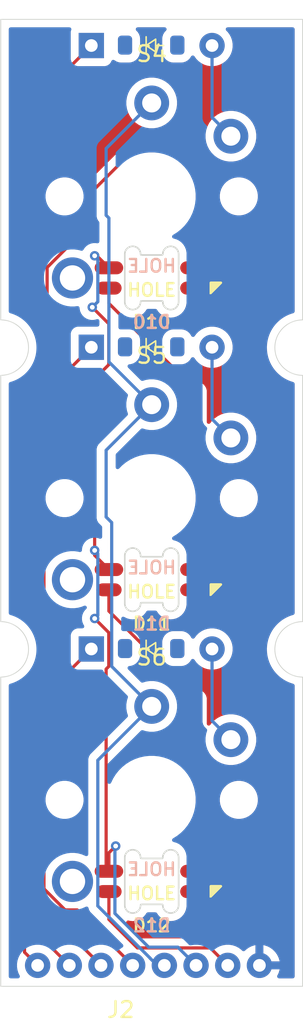
<source format=kicad_pcb>
(kicad_pcb (version 20241229) (generator "pcbnew") (generator_version "9.0")
  (layers (0 "F.Cu" signal) (2 "B.Cu" signal) (13 "F.Paste" user) (15 "B.Paste" user) (5 "F.SilkS" user "F.Silkscreen") (7 "B.SilkS" user "B.Silkscreen") (1 "F.Mask" user) (3 "B.Mask" user) (25 "Edge.Cuts" user))
  (net 0 "")
  (net 1 "Net-(D7-K)")
  (net 2 "Net-(D7-A)")
  (net 3 "Net-(D8-K)")
  (net 4 "Net-(D8-A)")
  (net 5 "Net-(D9-A)")
  (net 6 "Net-(D9-K)")
  (net 7 "Net-(D10-VSS)")
  (net 8 "Net-(D10-VDD)")
  (net 9 "Net-(D10-DOUT)")
  (net 10 "Net-(D10-DIN)")
  (net 11 "Net-(D11-DOUT)")
  (net 12 "Net-(D12-DOUT)")
  (net 13 "Net-(J2-Pad4)")
  (footprint "Library:DualDiode" (layer "F.Cu") (at 67.44 78.675)
    (property "Reference" "D8" (hide yes))
    (property "Value" "Diode" (hide yes))
    (fp_line (start 3.06 0) (end 3.46 0) (stroke (width 0.1)) (layer "F.SilkS"))
    (fp_line (start 3.46 -0.55) (end 3.46 0.55) (stroke (width 0.1)) (layer "F.SilkS"))
    (fp_line (start 3.46 0) (end 4.06 -0.4) (stroke (width 0.1)) (layer "F.SilkS"))
    (fp_line (start 4.06 -0.4) (end 4.06 0.4) (stroke (width 0.1)) (layer "F.SilkS"))
    (fp_line (start 4.06 0) (end 4.56 0) (stroke (width 0.1)) (layer "F.SilkS"))
    (fp_line (start 4.06 0.4) (end 3.46 0) (stroke (width 0.1)) (layer "F.SilkS"))
    (pad "1" thru_hole rect (at 0 0) (size 1.6 1.6) (drill 0.8) (layers "*.Cu" "*.Mask") (net 3 "Net-(D8-K)"))
    (pad "1" smd roundrect (at 2.127464 -0.026164) (size 0.9 1.2) (layers "F.Cu" "F.Mask" "F.Paste") (net 3 "Net-(D8-K)"))
    (pad "1" smd roundrect (at 2.127464 -0.026164) (size 0.9 1.2) (layers "F.Mask" "B.Cu" "F.Paste") (net 3 "Net-(D8-K)"))
    (pad "2" smd roundrect (at 5.427464 -0.026164) (size 0.9 1.2) (layers "F.Cu" "F.Mask" "F.Paste") (net 4 "Net-(D8-A)"))
    (pad "2" smd roundrect (at 5.427464 -0.026164) (size 0.9 1.2) (layers "F.Mask" "B.Cu" "F.Paste") (net 4 "Net-(D8-A)"))
    (pad "2" thru_hole oval (at 7.62 0) (size 1.6 1.6) (drill 0.8) (layers "*.Cu" "*.Mask") (net 4 "Net-(D8-A)"))
  )
  (footprint "Library:SK6812Mini-E" (layer "F.Cu") (at 71.25 93.35)
    (property "Reference" "D11")
    (property "Value" "LED_SK6812MINI")
    (fp_poly (pts (xy 3.732577 0.938279) (xy 3.732577 0.303279) (xy 4.367577 0.303279)) (stroke (width 0.16)) (fill yes) (layer "F.SilkS"))
    (fp_line (start -1.7 -1.5) (end -1.7 1.5) (stroke (width 0.1)) (layer "Edge.Cuts"))
    (fp_line (start -0.65 -1.45) (end 0.65 -1.45) (stroke (width 0.1)) (layer "Edge.Cuts"))
    (fp_line (start -0.65 1.45) (end 0.65 1.45) (stroke (width 0.1)) (layer "Edge.Cuts"))
    (fp_line (start 1.7 1.5) (end 1.7 -1.5) (stroke (width 0.1)) (layer "Edge.Cuts"))
    (fp_arc (start -1.7 -1.5) (mid -1.2 -2) (end -0.7 -1.5) (stroke (width 0.1)) (layer "Edge.Cuts"))
    (fp_arc (start -0.7 1.5) (mid -1.2 2) (end -1.7 1.5) (stroke (width 0.1)) (layer "Edge.Cuts"))
    (fp_arc (start -0.7 1.5) (mid -0.685355 1.464645) (end -0.65 1.45) (stroke (width 0.1)) (layer "Edge.Cuts"))
    (fp_arc (start -0.65 -1.45) (mid -0.685355 -1.464645) (end -0.7 -1.5) (stroke (width 0.1)) (layer "Edge.Cuts"))
    (fp_arc (start 0.65 1.45) (mid 0.685355 1.464645) (end 0.7 1.5) (stroke (width 0.1)) (layer "Edge.Cuts"))
    (fp_arc (start 0.7 -1.5) (mid 0.685355 -1.464645) (end 0.65 -1.45) (stroke (width 0.1)) (layer "Edge.Cuts"))
    (fp_arc (start 0.7 -1.5) (mid 1.2 -2) (end 1.7 -1.5) (stroke (width 0.1)) (layer "Edge.Cuts"))
    (fp_arc (start 1.7 1.5) (mid 1.2 2) (end 0.7 1.5) (stroke (width 0.1)) (layer "Edge.Cuts"))
    (fp_text user "${REFERENCE}" (at 0 2.781 0) (layer "F.SilkS") (effects (font (size 0.8128 0.8128) (thickness 0.1524))))
    (fp_text user "HOLE" (at 0 0.762 0) (layer "F.SilkS") (effects (font (size 0.8 0.8))))
    (fp_text user "${REFERENCE}" (at 0 2.781 0) (layer "B.SilkS") (effects (font (size 0.8128 0.8128) (thickness 0.1524)) (justify mirror)))
    (fp_text user "HOLE" (at 0 -0.762 0) (layer "B.SilkS") (effects (font (size 0.8 0.8)) (justify mirror)))
    (pad "1" smd oval (at -2.7 -0.64) (size 1.8 0.82) (layers "F.Cu" "F.Mask" "F.Paste") (net 8 "Net-(D10-VDD)") (thermal_gap 0.2))
    (pad "2" smd oval (at -2.7 0.64) (size 1.6 0.82) (layers "F.Cu" "F.Mask" "F.Paste") (net 11 "Net-(D11-DOUT)") (thermal_gap 0.2))
    (pad "3" smd oval (at 2.7 0.64) (size 1.8 0.82) (layers "F.Cu" "F.Mask" "F.Paste") (net 7 "Net-(D10-VSS)") (thermal_gap 0.2))
    (pad "4" smd oval (at 2.7 -0.64) (size 1.8 0.82) (layers "F.Cu" "F.Mask" "F.Paste") (net 9 "Net-(D10-DOUT)") (thermal_gap 0.2))
  )
  (footprint "Library:Choc_V1V2_1.00u" (layer "F.Cu") (at 71.25 69.15)
    (property "Reference" "S4" (at 0 -9 0) (layer "F.SilkS"))
    (property "Value" "Keyswitch")
    (pad "" np_thru_hole circle (at -5.5 0) (size 1.9 1.9) (drill 1.9) (layers "*.Cu" "*.Mask"))
    (pad "" thru_hole circle (at -5 5.15) (size 2.6 2.6) (drill 1.6) (layers "*.Cu" "*.Mask"))
    (pad "" np_thru_hole circle (at 0 0) (size 5.05 5.05) (drill 5.05) (layers "*.Cu" "*.Mask"))
    (pad "" np_thru_hole circle (at 5.5 0) (size 1.9 1.9) (drill 1.9) (layers "*.Cu" "*.Mask"))
    (pad "1" thru_hole circle (at 0 -5.9) (size 2.2 2.2) (drill 1.2) (layers "*.Cu" "*.Mask") (net 13 "Net-(J2-Pad4)"))
    (pad "2" thru_hole circle (at 5 -3.8) (size 2.2 2.2) (drill 1.2) (layers "*.Cu" "*.Mask") (net 2 "Net-(D7-A)"))
  )
  (footprint "Library:SK6812Mini-E" (layer "F.Cu") (at 71.25 74.3)
    (property "Reference" "D10")
    (property "Value" "LED_SK6812MINI")
    (fp_poly (pts (xy 3.732577 0.938279) (xy 3.732577 0.303279) (xy 4.367577 0.303279)) (stroke (width 0.16)) (fill yes) (layer "F.SilkS"))
    (fp_line (start -1.7 -1.5) (end -1.7 1.5) (stroke (width 0.1)) (layer "Edge.Cuts"))
    (fp_line (start -0.65 -1.45) (end 0.65 -1.45) (stroke (width 0.1)) (layer "Edge.Cuts"))
    (fp_line (start -0.65 1.45) (end 0.65 1.45) (stroke (width 0.1)) (layer "Edge.Cuts"))
    (fp_line (start 1.7 1.5) (end 1.7 -1.5) (stroke (width 0.1)) (layer "Edge.Cuts"))
    (fp_arc (start -1.7 -1.5) (mid -1.2 -2) (end -0.7 -1.5) (stroke (width 0.1)) (layer "Edge.Cuts"))
    (fp_arc (start -0.7 1.5) (mid -1.2 2) (end -1.7 1.5) (stroke (width 0.1)) (layer "Edge.Cuts"))
    (fp_arc (start -0.7 1.5) (mid -0.685355 1.464645) (end -0.65 1.45) (stroke (width 0.1)) (layer "Edge.Cuts"))
    (fp_arc (start -0.65 -1.45) (mid -0.685355 -1.464645) (end -0.7 -1.5) (stroke (width 0.1)) (layer "Edge.Cuts"))
    (fp_arc (start 0.65 1.45) (mid 0.685355 1.464645) (end 0.7 1.5) (stroke (width 0.1)) (layer "Edge.Cuts"))
    (fp_arc (start 0.7 -1.5) (mid 0.685355 -1.464645) (end 0.65 -1.45) (stroke (width 0.1)) (layer "Edge.Cuts"))
    (fp_arc (start 0.7 -1.5) (mid 1.2 -2) (end 1.7 -1.5) (stroke (width 0.1)) (layer "Edge.Cuts"))
    (fp_arc (start 1.7 1.5) (mid 1.2 2) (end 0.7 1.5) (stroke (width 0.1)) (layer "Edge.Cuts"))
    (fp_text user "HOLE" (at 0 0.762 0) (layer "F.SilkS") (effects (font (size 0.8 0.8))))
    (fp_text user "${REFERENCE}" (at 0 2.781 0) (layer "F.SilkS") (effects (font (size 0.8128 0.8128) (thickness 0.1524))))
    (fp_text user "HOLE" (at 0 -0.762 0) (layer "B.SilkS") (effects (font (size 0.8 0.8)) (justify mirror)))
    (fp_text user "${REFERENCE}" (at 0 2.781 0) (layer "B.SilkS") (effects (font (size 0.8128 0.8128) (thickness 0.1524)) (justify mirror)))
    (pad "1" smd oval (at -2.7 -0.64) (size 1.8 0.82) (layers "F.Cu" "F.Mask" "F.Paste") (net 8 "Net-(D10-VDD)") (thermal_gap 0.2))
    (pad "2" smd oval (at -2.7 0.64) (size 1.6 0.82) (layers "F.Cu" "F.Mask" "F.Paste") (net 9 "Net-(D10-DOUT)") (thermal_gap 0.2))
    (pad "3" smd oval (at 2.7 0.64) (size 1.8 0.82) (layers "F.Cu" "F.Mask" "F.Paste") (net 7 "Net-(D10-VSS)") (thermal_gap 0.2))
    (pad "4" smd oval (at 2.7 -0.64) (size 1.8 0.82) (layers "F.Cu" "F.Mask" "F.Paste") (net 10 "Net-(D10-DIN)") (thermal_gap 0.2))
  )
  (footprint "Library:JST_EH_B8B-EH-A_1x08_P2.50mm_Vertical" (layer "F.Cu") (at 78.05 117.7 180)
    (property "Reference" "J2" (at 8.75 -2.8 180) (layer "F.SilkS"))
    (property "Value" "JST_08" (hide yes))
    (pad "1" thru_hole oval (at 0 0 180) (size 1.6 1.6) (drill 0.8) (layers "*.Cu" "*.Mask") (net 7 "Net-(D10-VSS)"))
    (pad "2" thru_hole oval (at 2 0 180) (size 1.6 1.6) (drill 0.8) (layers "*.Cu" "*.Mask") (net 12 "Net-(D12-DOUT)"))
    (pad "3" thru_hole oval (at 4 0 180) (size 1.6 1.6) (drill 0.8) (layers "*.Cu" "*.Mask") (net 8 "Net-(D10-VDD)"))
    (pad "4" thru_hole oval (at 6 0 180) (size 1.6 1.6) (drill 0.8) (layers "*.Cu" "*.Mask") (net 13 "Net-(J2-Pad4)"))
    (pad "5" thru_hole oval (at 8 0 180) (size 1.6 1.6) (drill 0.8) (layers "*.Cu" "*.Mask") (net 6 "Net-(D9-K)"))
    (pad "6" thru_hole oval (at 10 0 180) (size 1.6 1.6) (drill 0.8) (layers "*.Cu" "*.Mask") (net 3 "Net-(D8-K)"))
    (pad "7" thru_hole oval (at 12 0 180) (size 1.6 1.6) (drill 0.8) (layers "*.Cu" "*.Mask") (net 10 "Net-(D10-DIN)"))
    (pad "8" thru_hole oval (at 14 0 180) (size 1.6 1.6) (drill 0.8) (layers "*.Cu" "*.Mask") (net 1 "Net-(D7-K)"))
  )
  (footprint "Library:Choc_V1V2_1.00u" (layer "F.Cu") (at 71.25 88.2)
    (property "Reference" "S5" (at 0 -9 0) (layer "F.SilkS"))
    (property "Value" "Keyswitch")
    (pad "" np_thru_hole circle (at -5.5 0) (size 1.9 1.9) (drill 1.9) (layers "*.Cu" "*.Mask"))
    (pad "" thru_hole circle (at -5 5.15) (size 2.6 2.6) (drill 1.6) (layers "*.Cu" "*.Mask"))
    (pad "" np_thru_hole circle (at 0 0) (size 5.05 5.05) (drill 5.05) (layers "*.Cu" "*.Mask"))
    (pad "" np_thru_hole circle (at 5.5 0) (size 1.9 1.9) (drill 1.9) (layers "*.Cu" "*.Mask"))
    (pad "1" thru_hole circle (at 0 -5.9) (size 2.2 2.2) (drill 1.2) (layers "*.Cu" "*.Mask") (net 13 "Net-(J2-Pad4)"))
    (pad "2" thru_hole circle (at 5 -3.8) (size 2.2 2.2) (drill 1.2) (layers "*.Cu" "*.Mask") (net 4 "Net-(D8-A)"))
  )
  (footprint "Library:SK6812Mini-E" (layer "F.Cu") (at 71.25 112.4)
    (property "Reference" "D12")
    (property "Value" "LED_SK6812MINI")
    (fp_poly (pts (xy 3.732577 0.938279) (xy 3.732577 0.303279) (xy 4.367577 0.303279)) (stroke (width 0.16)) (fill yes) (layer "F.SilkS"))
    (fp_line (start -1.7 -1.5) (end -1.7 1.5) (stroke (width 0.1)) (layer "Edge.Cuts"))
    (fp_line (start -0.65 -1.45) (end 0.65 -1.45) (stroke (width 0.1)) (layer "Edge.Cuts"))
    (fp_line (start -0.65 1.45) (end 0.65 1.45) (stroke (width 0.1)) (layer "Edge.Cuts"))
    (fp_line (start 1.7 1.5) (end 1.7 -1.5) (stroke (width 0.1)) (layer "Edge.Cuts"))
    (fp_arc (start -1.7 -1.5) (mid -1.2 -2) (end -0.7 -1.5) (stroke (width 0.1)) (layer "Edge.Cuts"))
    (fp_arc (start -0.7 1.5) (mid -1.2 2) (end -1.7 1.5) (stroke (width 0.1)) (layer "Edge.Cuts"))
    (fp_arc (start -0.7 1.5) (mid -0.685355 1.464645) (end -0.65 1.45) (stroke (width 0.1)) (layer "Edge.Cuts"))
    (fp_arc (start -0.65 -1.45) (mid -0.685355 -1.464645) (end -0.7 -1.5) (stroke (width 0.1)) (layer "Edge.Cuts"))
    (fp_arc (start 0.65 1.45) (mid 0.685355 1.464645) (end 0.7 1.5) (stroke (width 0.1)) (layer "Edge.Cuts"))
    (fp_arc (start 0.7 -1.5) (mid 0.685355 -1.464645) (end 0.65 -1.45) (stroke (width 0.1)) (layer "Edge.Cuts"))
    (fp_arc (start 0.7 -1.5) (mid 1.2 -2) (end 1.7 -1.5) (stroke (width 0.1)) (layer "Edge.Cuts"))
    (fp_arc (start 1.7 1.5) (mid 1.2 2) (end 0.7 1.5) (stroke (width 0.1)) (layer "Edge.Cuts"))
    (fp_text user "${REFERENCE}" (at 0 2.781 0) (layer "F.SilkS") (effects (font (size 0.8128 0.8128) (thickness 0.1524))))
    (fp_text user "HOLE" (at 0 0.762 0) (layer "F.SilkS") (effects (font (size 0.8 0.8))))
    (fp_text user "HOLE" (at 0 -0.762 0) (layer "B.SilkS") (effects (font (size 0.8 0.8)) (justify mirror)))
    (fp_text user "${REFERENCE}" (at 0 2.781 0) (layer "B.SilkS") (effects (font (size 0.8128 0.8128) (thickness 0.1524)) (justify mirror)))
    (pad "1" smd oval (at -2.7 -0.64) (size 1.8 0.82) (layers "F.Cu" "F.Mask" "F.Paste") (net 8 "Net-(D10-VDD)") (thermal_gap 0.2))
    (pad "2" smd oval (at -2.7 0.64) (size 1.6 0.82) (layers "F.Cu" "F.Mask" "F.Paste") (net 12 "Net-(D12-DOUT)") (thermal_gap 0.2))
    (pad "3" smd oval (at 2.7 0.64) (size 1.8 0.82) (layers "F.Cu" "F.Mask" "F.Paste") (net 7 "Net-(D10-VSS)") (thermal_gap 0.2))
    (pad "4" smd oval (at 2.7 -0.64) (size 1.8 0.82) (layers "F.Cu" "F.Mask" "F.Paste") (net 11 "Net-(D11-DOUT)") (thermal_gap 0.2))
  )
  (footprint "Library:DualDiode" (layer "F.Cu") (at 67.44 59.625)
    (property "Reference" "D7" (hide yes))
    (property "Value" "Diode" (hide yes))
    (fp_line (start 3.06 0) (end 3.46 0) (stroke (width 0.1)) (layer "F.SilkS"))
    (fp_line (start 3.46 -0.55) (end 3.46 0.55) (stroke (width 0.1)) (layer "F.SilkS"))
    (fp_line (start 3.46 0) (end 4.06 -0.4) (stroke (width 0.1)) (layer "F.SilkS"))
    (fp_line (start 4.06 -0.4) (end 4.06 0.4) (stroke (width 0.1)) (layer "F.SilkS"))
    (fp_line (start 4.06 0) (end 4.56 0) (stroke (width 0.1)) (layer "F.SilkS"))
    (fp_line (start 4.06 0.4) (end 3.46 0) (stroke (width 0.1)) (layer "F.SilkS"))
    (pad "1" thru_hole rect (at 0 0) (size 1.6 1.6) (drill 0.8) (layers "*.Cu" "*.Mask") (net 1 "Net-(D7-K)"))
    (pad "1" smd roundrect (at 2.127464 -0.026164) (size 0.9 1.2) (layers "F.Cu" "F.Mask" "F.Paste") (net 1 "Net-(D7-K)"))
    (pad "1" smd roundrect (at 2.127464 -0.026164) (size 0.9 1.2) (layers "F.Mask" "B.Cu" "F.Paste") (net 1 "Net-(D7-K)"))
    (pad "2" smd roundrect (at 5.427464 -0.026164) (size 0.9 1.2) (layers "F.Cu" "F.Mask" "F.Paste") (net 2 "Net-(D7-A)"))
    (pad "2" smd roundrect (at 5.427464 -0.026164) (size 0.9 1.2) (layers "F.Mask" "B.Cu" "F.Paste") (net 2 "Net-(D7-A)"))
    (pad "2" thru_hole oval (at 7.62 0) (size 1.6 1.6) (drill 0.8) (layers "*.Cu" "*.Mask") (net 2 "Net-(D7-A)"))
  )
  (footprint "Library:Choc_V1V2_1.00u" (layer "F.Cu") (at 71.25 107.25)
    (property "Reference" "S6" (at 0 -9 0) (layer "F.SilkS"))
    (property "Value" "Keyswitch")
    (pad "" np_thru_hole circle (at -5.5 0) (size 1.9 1.9) (drill 1.9) (layers "*.Cu" "*.Mask"))
    (pad "" thru_hole circle (at -5 5.15) (size 2.6 2.6) (drill 1.6) (layers "*.Cu" "*.Mask"))
    (pad "" np_thru_hole circle (at 0 0) (size 5.05 5.05) (drill 5.05) (layers "*.Cu" "*.Mask"))
    (pad "" np_thru_hole circle (at 5.5 0) (size 1.9 1.9) (drill 1.9) (layers "*.Cu" "*.Mask"))
    (pad "1" thru_hole circle (at 0 -5.9) (size 2.2 2.2) (drill 1.2) (layers "*.Cu" "*.Mask") (net 13 "Net-(J2-Pad4)"))
    (pad "2" thru_hole circle (at 5 -3.8) (size 2.2 2.2) (drill 1.2) (layers "*.Cu" "*.Mask") (net 5 "Net-(D9-A)"))
  )
  (footprint "Library:DualDiode" (layer "F.Cu") (at 67.44 97.725)
    (property "Reference" "D9" (hide yes))
    (property "Value" "Diode" (hide yes))
    (fp_line (start 3.06 0) (end 3.46 0) (stroke (width 0.1)) (layer "F.SilkS"))
    (fp_line (start 3.46 -0.55) (end 3.46 0.55) (stroke (width 0.1)) (layer "F.SilkS"))
    (fp_line (start 3.46 0) (end 4.06 -0.4) (stroke (width 0.1)) (layer "F.SilkS"))
    (fp_line (start 4.06 -0.4) (end 4.06 0.4) (stroke (width 0.1)) (layer "F.SilkS"))
    (fp_line (start 4.06 0) (end 4.56 0) (stroke (width 0.1)) (layer "F.SilkS"))
    (fp_line (start 4.06 0.4) (end 3.46 0) (stroke (width 0.1)) (layer "F.SilkS"))
    (pad "1" thru_hole rect (at 0 0) (size 1.6 1.6) (drill 0.8) (layers "*.Cu" "*.Mask") (net 6 "Net-(D9-K)"))
    (pad "1" smd roundrect (at 2.127464 -0.026164) (size 0.9 1.2) (layers "F.Cu" "F.Mask" "F.Paste") (net 6 "Net-(D9-K)"))
    (pad "1" smd roundrect (at 2.127464 -0.026164) (size 0.9 1.2) (layers "F.Mask" "B.Cu" "F.Paste") (net 6 "Net-(D9-K)"))
    (pad "2" smd roundrect (at 5.427464 -0.026164) (size 0.9 1.2) (layers "F.Cu" "F.Mask" "F.Paste") (net 5 "Net-(D9-A)"))
    (pad "2" smd roundrect (at 5.427464 -0.026164) (size 0.9 1.2) (layers "F.Mask" "B.Cu" "F.Paste") (net 5 "Net-(D9-A)"))
    (pad "2" thru_hole oval (at 7.62 0) (size 1.6 1.6) (drill 0.8) (layers "*.Cu" "*.Mask") (net 5 "Net-(D9-A)"))
  )
  (gr_poly (pts (xy 80.775 76.947787) (xy 80.745435 76.947288) (xy 80.627344 76.953277) (xy 80.509926 76.967225) (xy 80.393717 76.989067) (xy 80.279249 77.018705) (xy 80.167042 77.056003) (xy 80.05761 77.100791) (xy 79.95145 77.152865) (xy 79.849049 77.211987) (xy 79.750872 77.277887) (xy 79.657368 77.350264) (xy 79.568964 77.428789) (xy 79.486062 77.513102) (xy 79.409042 77.60282) (xy 79.338254 77.697533) (xy 79.274022 77.796809) (xy 79.216638 77.900195) (xy 79.166365 78.007218) (xy 79.123431 78.117392) (xy 79.088034 78.230212) (xy 79.060333 78.345165) (xy 79.040457 78.461726) (xy 79.028494 78.579362) (xy 79.024501 78.697538) (xy 79.028494 78.815714) (xy 79.040457 78.93335) (xy 79.060333 79.049911) (xy 79.088034 79.164864) (xy 79.123431 79.277684) (xy 79.166365 79.387858) (xy 79.216638 79.494881) (xy 79.274022 79.598267) (xy 79.338254 79.697543) (xy 79.409042 79.792256) (xy 79.486062 79.881974) (xy 79.568964 79.966287) (xy 79.657368 80.044812) (xy 79.750872 80.117189) (xy 79.849049 80.183089) (xy 79.95145 80.242211) (xy 80.05761 80.294285) (xy 80.167042 80.339073) (xy 80.279249 80.376371) (xy 80.393717 80.406009) (xy 80.509926 80.427851) (xy 80.627344 80.441799) (xy 80.745435 80.447788) (xy 80.775 80.447288) (xy 80.775 95.997787) (xy 80.745435 95.997288) (xy 80.627344 96.003277) (xy 80.509926 96.017225) (xy 80.393717 96.039067) (xy 80.279249 96.068705) (xy 80.167042 96.106003) (xy 80.05761 96.150791) (xy 79.95145 96.202865) (xy 79.849049 96.261987) (xy 79.750872 96.327887) (xy 79.657368 96.400264) (xy 79.568964 96.478789) (xy 79.486062 96.563102) (xy 79.409042 96.65282) (xy 79.338254 96.747533) (xy 79.274022 96.846809) (xy 79.216638 96.950195) (xy 79.166365 97.057218) (xy 79.123431 97.167392) (xy 79.088034 97.280212) (xy 79.060333 97.395165) (xy 79.040457 97.511726) (xy 79.028494 97.629362) (xy 79.024501 97.747538) (xy 79.028494 97.865714) (xy 79.040457 97.98335) (xy 79.060333 98.099911) (xy 79.088034 98.214864) (xy 79.123431 98.327684) (xy 79.166365 98.437858) (xy 79.216638 98.544881) (xy 79.274022 98.648267) (xy 79.338254 98.747543) (xy 79.409042 98.842256) (xy 79.486062 98.931974) (xy 79.568964 99.016287) (xy 79.657368 99.094812) (xy 79.750872 99.167189) (xy 79.849049 99.233089) (xy 79.95145 99.292211) (xy 80.05761 99.344285) (xy 80.167042 99.389073) (xy 80.279249 99.426371) (xy 80.393717 99.456009) (xy 80.509926 99.477851) (xy 80.627344 99.491799) (xy 80.745435 99.497788) (xy 80.775 99.497288) (xy 80.775 119.022538) (xy 61.725 119.022538) (xy 61.725 99.497288) (xy 61.813661 99.495791) (xy 61.931483 99.485817) (xy 62.048363 99.467911) (xy 62.163767 99.442157) (xy 62.277169 99.408669) (xy 62.388052 99.367603) (xy 62.49591 99.319144) (xy 62.60025 99.263515) (xy 62.700596 99.200969) (xy 62.796491 99.131791) (xy 62.887497 99.056296) (xy 62.973199 98.974831) (xy 63.053206 98.887765) (xy 63.127152 98.795497) (xy 63.194701 98.698447) (xy 63.255543 98.597059) (xy 63.309402 98.491794) (xy 63.356032 98.383134) (xy 63.39522 98.271573) (xy 63.426787 98.157621) (xy 63.45059 98.041799) (xy 63.466518 97.924633) (xy 63.474501 97.80666) (xy 63.475 97.747538) (xy 63.474501 97.688416) (xy 63.466518 97.570443) (xy 63.45059 97.453277) (xy 63.426787 97.337455) (xy 63.39522 97.223503) (xy 63.356032 97.111942) (xy 63.309402 97.003282) (xy 63.255543 96.898017) (xy 63.194701 96.796629) (xy 63.127152 96.699579) (xy 63.053206 96.607311) (xy 62.973199 96.520245) (xy 62.887497 96.43878) (xy 62.796491 96.363285) (xy 62.700596 96.294107) (xy 62.60025 96.231561) (xy 62.49591 96.175932) (xy 62.388052 96.127473) (xy 62.277169 96.086407) (xy 62.163767 96.052919) (xy 62.048363 96.027165) (xy 61.931483 96.009259) (xy 61.813661 95.999285) (xy 61.725 95.997787) (xy 61.725 80.447288) (xy 61.813661 80.445791) (xy 61.931483 80.435817) (xy 62.048363 80.417911) (xy 62.163767 80.392157) (xy 62.277169 80.358669) (xy 62.388052 80.317603) (xy 62.49591 80.269144) (xy 62.60025 80.213515) (xy 62.700596 80.150969) (xy 62.796491 80.081791) (xy 62.887497 80.006296) (xy 62.973199 79.924831) (xy 63.053206 79.837765) (xy 63.127152 79.745497) (xy 63.194701 79.648447) (xy 63.255543 79.547059) (xy 63.309402 79.441794) (xy 63.356032 79.333134) (xy 63.39522 79.221573) (xy 63.426787 79.107621) (xy 63.45059 78.991799) (xy 63.466518 78.874633) (xy 63.474501 78.75666) (xy 63.475 78.697538) (xy 63.474501 78.638416) (xy 63.466518 78.520443) (xy 63.45059 78.403277) (xy 63.426787 78.287455) (xy 63.39522 78.173503) (xy 63.356032 78.061942) (xy 63.309402 77.953282) (xy 63.255543 77.848017) (xy 63.194701 77.746629) (xy 63.127152 77.649579) (xy 63.053206 77.557311) (xy 62.973199 77.470245) (xy 62.887497 77.38878) (xy 62.796491 77.313285) (xy 62.700596 77.244107) (xy 62.60025 77.181561) (xy 62.49591 77.125932) (xy 62.388052 77.077473) (xy 62.277169 77.036407) (xy 62.163767 77.002919) (xy 62.048363 76.977165) (xy 61.931483 76.959259) (xy 61.813661 76.949285) (xy 61.725 76.947787) (xy 61.725 57.972538) (xy 80.775 57.972538)) (stroke (width 0.05)) (fill no) (layer "Edge.Cuts"))
  (segment (start 65.474 79.5068) (end 63.648 81.3328) (width 0.2) (layer "F.Cu") (net 1))
  (segment (start 67.44 59.625) (end 64.248 62.817) (width 0.2) (layer "F.Cu") (net 1))
  (segment (start 63.223 116.873) (end 64.05 117.7) (width 0.2) (layer "F.Cu") (net 1))
  (segment (start 64.248 76.3401) (end 65.474 77.5661) (width 0.2) (layer "F.Cu") (net 1))
  (segment (start 65.474 77.5661) (end 65.474 79.5068) (width 0.2) (layer "F.Cu") (net 1))
  (segment (start 64.65685 97.09105) (end 64.65685 98.80685) (width 0.2) (layer "F.Cu") (net 1))
  (segment (start 63.648 81.3328) (end 63.648 96.0822) (width 0.2) (layer "F.Cu") (net 1))
  (segment (start 63.223 100.2407) (end 63.223 116.873) (width 0.2) (layer "F.Cu") (net 1))
  (segment (start 64.65685 98.80685) (end 63.223 100.2407) (width 0.2) (layer "F.Cu") (net 1))
  (segment (start 63.648 96.0822) (end 64.65685 97.09105) (width 0.2) (layer "F.Cu") (net 1))
  (segment (start 64.248 62.817) (end 64.248 76.3401) (width 0.2) (layer "F.Cu") (net 1))
  (segment (start 75.06 59.625) (end 75.06 64.16) (width 0.2) (layer "B.Cu") (net 2))
  (segment (start 75.06 64.16) (end 76.25 65.35) (width 0.2) (layer "B.Cu") (net 2))
  (segment (start 65.45885 99.13905) (end 64.025 100.5729) (width 0.2) (layer "F.Cu") (net 3))
  (segment (start 64.45 81.665) (end 64.45 95.75) (width 0.2) (layer "F.Cu") (net 3))
  (segment (start 64.025 113.675) (end 68.05 117.7) (width 0.2) (layer "F.Cu") (net 3))
  (segment (start 64.45 95.75) (end 65.45885 96.75885) (width 0.2) (layer "F.Cu") (net 3))
  (segment (start 65.45885 96.75885) (end 65.45885 99.13905) (width 0.2) (layer "F.Cu") (net 3))
  (segment (start 67.44 78.675) (end 64.45 81.665) (width 0.2) (layer "F.Cu") (net 3))
  (segment (start 64.025 100.5729) (end 64.025 113.675) (width 0.2) (layer "F.Cu") (net 3))
  (segment (start 75.06 83.21) (end 76.25 84.4) (width 0.2) (layer "B.Cu") (net 4))
  (segment (start 75.06 78.675) (end 75.06 83.21) (width 0.2) (layer "B.Cu") (net 4))
  (segment (start 75.06 97.725) (end 75.06 102.26) (width 0.2) (layer "B.Cu") (net 5))
  (segment (start 75.06 102.26) (end 76.25 103.45) (width 0.2) (layer "B.Cu") (net 5))
  (segment (start 67.44 97.725) (end 64.45 100.715) (width 0.2) (layer "F.Cu") (net 6))
  (segment (start 64.45 100.715) (end 64.45 112.864156) (width 0.2) (layer "F.Cu") (net 6))
  (segment (start 66.55 114.2) (end 70.05 117.7) (width 0.2) (layer "F.Cu") (net 6))
  (segment (start 65.785844 114.2) (end 66.55 114.2) (width 0.2) (layer "F.Cu") (net 6))
  (segment (start 64.45 112.864156) (end 65.785844 114.2) (width 0.2) (layer "F.Cu") (net 6))
  (segment (start 68.55 111.76) (end 68.55 110.593156) (width 0.2) (layer "F.Cu") (net 8))
  (segment (start 68.541 77.191) (end 67.5 76.15) (width 0.2) (layer "F.Cu") (net 8))
  (segment (start 67.65 91.5) (end 67.65 91.81) (width 0.2) (layer "F.Cu") (net 8))
  (segment (start 67.65 80.667) (end 68.541 79.776) (width 0.2) (layer "F.Cu") (net 8))
  (segment (start 67.65 72.9) (end 67.79 72.9) (width 0.2) (layer "F.Cu") (net 8))
  (segment (start 68.541 79.776) (end 68.541 77.191) (width 0.2) (layer "F.Cu") (net 8))
  (segment (start 68.374 111.584) (end 68.374 98.993) (width 0.2) (layer "F.Cu") (net 8))
  (segment (start 68.55 110.593156) (end 68.976778 110.166378) (width 0.2) (layer "F.Cu") (net 8))
  (segment (start 67.65 91.81) (end 68.55 92.71) (width 0.2) (layer "F.Cu") (net 8))
  (segment (start 67.79 72.9) (end 68.55 73.66) (width 0.2) (layer "F.Cu") (net 8))
  (segment (start 68.55 111.76) (end 68.374 111.584) (width 0.2) (layer "F.Cu") (net 8))
  (segment (start 68.374 98.993) (end 68.541 98.826) (width 0.2) (layer "F.Cu") (net 8))
  (segment (start 67.65 91.5) (end 67.65 80.667) (width 0.2) (layer "F.Cu") (net 8))
  (segment (start 68.541 96.691) (end 67.65 95.8) (width 0.2) (layer "F.Cu") (net 8))
  (segment (start 68.541 98.826) (end 68.541 96.691) (width 0.2) (layer "F.Cu") (net 8))
  (via (at 67.65 95.8) (size 0.6) (drill 0.3) (layers "F.Cu" "B.Cu") (net 8))
  (via (at 67.65 91.5) (size 0.6) (drill 0.3) (layers "F.Cu" "B.Cu") (net 8))
  (via (at 67.65 72.9) (size 0.6) (drill 0.3) (layers "F.Cu" "B.Cu") (net 8))
  (via (at 68.976778 110.166378) (size 0.6) (drill 0.3) (layers "F.Cu" "B.Cu") (net 8))
  (via (at 67.5 76.15) (size 0.6) (drill 0.3) (layers "F.Cu" "B.Cu") (net 8))
  (segment (start 67.65 95.8) (end 67.851 95.599) (width 0.2) (layer "B.Cu") (net 8))
  (segment (start 67.851 91.701) (end 67.65 91.5) (width 0.2) (layer "B.Cu") (net 8))
  (segment (start 71.05705 116.55) (end 72.9 116.55) (width 0.2) (layer "B.Cu") (net 8))
  (segment (start 67.851 95.599) (end 67.851 91.701) (width 0.2) (layer "B.Cu") (net 8))
  (segment (start 68.92906 110.214096) (end 68.92906 114.42201) (width 0.2) (layer "B.Cu") (net 8))
  (segment (start 68.976778 110.166378) (end 68.92906 110.214096) (width 0.2) (layer "B.Cu") (net 8))
  (segment (start 67.851 75.799) (end 67.851 73.101) (width 0.2) (layer "B.Cu") (net 8))
  (segment (start 67.5 76.15) (end 67.851 75.799) (width 0.2) (layer "B.Cu") (net 8))
  (segment (start 67.851 73.101) (end 67.65 72.9) (width 0.2) (layer "B.Cu") (net 8))
  (segment (start 72.9 116.55) (end 74.05 117.7) (width 0.2) (layer "B.Cu") (net 8))
  (segment (start 68.92906 114.42201) (end 71.05705 116.55) (width 0.2) (layer "B.Cu") (net 8))
  (segment (start 68.55 75.906822) (end 74.126 81.482822) (width 0.2) (layer "F.Cu") (net 9))
  (segment (start 74.126 92.534) (end 73.95 92.71) (width 0.2) (layer "F.Cu") (net 9))
  (segment (start 74.126 81.482822) (end 74.126 92.534) (width 0.2) (layer "F.Cu") (net 9))
  (segment (start 68.55 74.94) (end 68.55 75.906822) (width 0.2) (layer "F.Cu") (net 9))
  (segment (start 65.875 77.4) (end 65.875 79.6729) (width 0.2) (layer "F.Cu") (net 10))
  (segment (start 72.441278 66.274) (end 70.058722 66.274) (width 0.2) (layer "F.Cu") (net 10))
  (segment (start 64.049 95.9161) (end 65.05785 96.92495) (width 0.2) (layer "F.Cu") (net 10))
  (segment (start 70.058722 66.274) (end 67.051 69.281722) (width 0.2) (layer "F.Cu") (net 10))
  (segment (start 65.05785 96.92495) (end 65.05785 98.97295) (width 0.2) (layer "F.Cu") (net 10))
  (segment (start 73.95 73.66) (end 74.126 73.484) (width 0.2) (layer "F.Cu") (net 10))
  (segment (start 65.05785 98.97295) (end 63.624 100.4068) (width 0.2) (layer "F.Cu") (net 10))
  (segment (start 64.649 73.636844) (end 64.649 76.174) (width 0.2) (layer "F.Cu") (net 10))
  (segment (start 63.624 115.274) (end 66.05 117.7) (width 0.2) (layer "F.Cu") (net 10))
  (segment (start 63.624 100.4068) (end 63.624 115.274) (width 0.2) (layer "F.Cu") (net 10))
  (segment (start 74.126 73.484) (end 74.126 67.958722) (width 0.2) (layer "F.Cu") (net 10))
  (segment (start 67.051 69.281722) (end 67.051 71.234844) (width 0.2) (layer "F.Cu") (net 10))
  (segment (start 65.875 79.6729) (end 64.049 81.4989) (width 0.2) (layer "F.Cu") (net 10))
  (segment (start 67.051 71.234844) (end 64.649 73.636844) (width 0.2) (layer "F.Cu") (net 10))
  (segment (start 64.649 76.174) (end 65.875 77.4) (width 0.2) (layer "F.Cu") (net 10))
  (segment (start 64.049 81.4989) (end 64.049 95.9161) (width 0.2) (layer "F.Cu") (net 10))
  (segment (start 74.126 67.958722) (end 72.441278 66.274) (width 0.2) (layer "F.Cu") (net 10))
  (segment (start 74.126 100.907262) (end 74.126 111.584) (width 0.2) (layer "F.Cu") (net 11))
  (segment (start 68.55 95.331262) (end 74.126 100.907262) (width 0.2) (layer "F.Cu") (net 11))
  (segment (start 74.126 111.584) (end 73.95 111.76) (width 0.2) (layer "F.Cu") (net 11))
  (segment (start 68.55 93.99) (end 68.55 95.331262) (width 0.2) (layer "F.Cu") (net 11))
  (segment (start 68.55 114.8) (end 70.349 116.599) (width 0.2) (layer "F.Cu") (net 12))
  (segment (start 74.949 116.599) (end 76.05 117.7) (width 0.2) (layer "F.Cu") (net 12))
  (segment (start 68.55 113.04) (end 68.55 114.8) (width 0.2) (layer "F.Cu") (net 12))
  (segment (start 70.349 116.599) (end 74.949 116.599) (width 0.2) (layer "F.Cu") (net 12))
  (segment (start 67.85 113.95) (end 67.85 104.75) (width 0.2) (layer "B.Cu") (net 13))
  (segment (start 70.50605 116.599) (end 70.499 116.599) (width 0.2) (layer "B.Cu") (net 13))
  (segment (start 68.374 89.391278) (end 68.374 85.176) (width 0.2) (layer "B.Cu") (net 13))
  (segment (start 71.25 82.3) (end 68.55 79.6) (width 0.2) (layer "B.Cu") (net 13))
  (segment (start 68.374 70.341278) (end 68.374 66.126) (width 0.2) (layer "B.Cu") (net 13))
  (segment (start 68.55 79.6) (end 68.55 70.517278) (width 0.2) (layer "B.Cu") (net 13))
  (segment (start 68.374 66.126) (end 71.25 63.25) (width 0.2) (layer "B.Cu") (net 13))
  (segment (start 70.499 116.599) (end 67.85 113.95) (width 0.2) (layer "B.Cu") (net 13))
  (segment (start 68.55 70.517278) (end 68.374 70.341278) (width 0.2) (layer "B.Cu") (net 13))
  (segment (start 71.6 117.7) (end 71.151 117.251) (width 0.2) (layer "B.Cu") (net 13))
  (segment (start 71.25 101.35) (end 68.726 98.826) (width 0.2) (layer "B.Cu") (net 13))
  (segment (start 72.05 117.7) (end 71.6 117.7) (width 0.2) (layer "B.Cu") (net 13))
  (segment (start 71.151 117.24395) (end 70.50605 116.599) (width 0.2) (layer "B.Cu") (net 13))
  (segment (start 68.726 89.743278) (end 68.374 89.391278) (width 0.2) (layer "B.Cu") (net 13))
  (segment (start 68.374 85.176) (end 71.25 82.3) (width 0.2) (layer "B.Cu") (net 13))
  (segment (start 68.726 98.826) (end 68.726 89.743278) (width 0.2) (layer "B.Cu") (net 13))
  (segment (start 67.85 104.75) (end 71.25 101.35) (width 0.2) (layer "B.Cu") (net 13))
  (segment (start 71.151 117.251) (end 71.151 117.24395) (width 0.2) (layer "B.Cu") (net 13))
  (zone (net 7) (net_name "Net-(D10-VSS)") (layers "F.Cu" "B.Cu") (connect_pads (clearance 0.5)) (min_thickness 0.25) (fill yes (thermal_gap 0.5) (thermal_bridge_width 0.5))
    (polygon (pts (xy 61.725 57.972538) (xy 80.775 57.972538) (xy 80.775 119.022538) (xy 61.725 119.022538)))
  )
)
</source>
